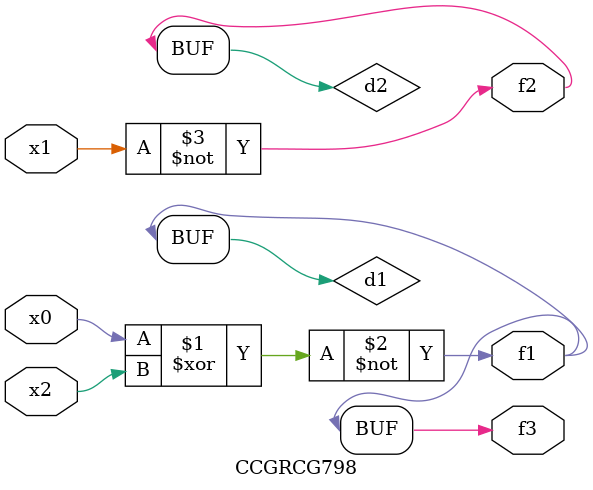
<source format=v>
module CCGRCG798(
	input x0, x1, x2,
	output f1, f2, f3
);

	wire d1, d2, d3;

	xnor (d1, x0, x2);
	nand (d2, x1);
	nor (d3, x1, x2);
	assign f1 = d1;
	assign f2 = d2;
	assign f3 = d1;
endmodule

</source>
